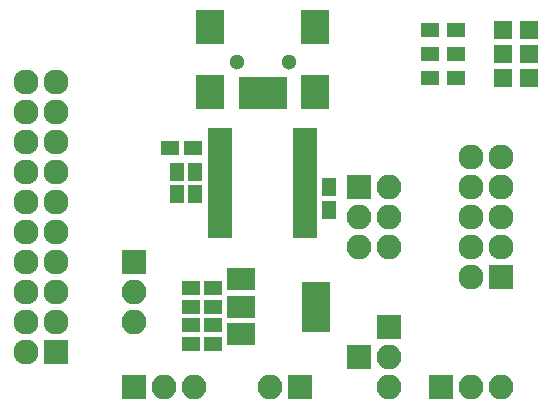
<source format=gts>
G04 #@! TF.GenerationSoftware,KiCad,Pcbnew,(2017-01-09 revision c2fb336)-makepkg*
G04 #@! TF.CreationDate,2017-04-23T15:55:18+02:00*
G04 #@! TF.ProjectId,jtagTc2050Adaptor,6A74616754633230353041646170746F,rev?*
G04 #@! TF.FileFunction,Soldermask,Top*
G04 #@! TF.FilePolarity,Negative*
%FSLAX46Y46*%
G04 Gerber Fmt 4.6, Leading zero omitted, Abs format (unit mm)*
G04 Created by KiCad (PCBNEW (2017-01-09 revision c2fb336)-makepkg) date 04/23/17 15:55:18*
%MOMM*%
%LPD*%
G01*
G04 APERTURE LIST*
%ADD10C,0.100000*%
%ADD11R,1.150000X1.600000*%
%ADD12R,1.600000X1.150000*%
%ADD13O,2.127200X2.127200*%
%ADD14R,2.127200X2.127200*%
%ADD15O,2.100000X2.100000*%
%ADD16R,2.100000X2.100000*%
%ADD17C,1.300000*%
%ADD18R,2.400000X2.900000*%
%ADD19R,0.900000X2.700000*%
%ADD20R,2.150000X0.850000*%
%ADD21R,2.400000X1.900000*%
%ADD22R,2.400000X4.200000*%
%ADD23R,1.600000X1.600000*%
%ADD24R,1.600000X1.300000*%
G04 APERTURE END LIST*
D10*
D11*
X70485000Y-78679000D03*
X70485000Y-80579000D03*
X68961000Y-80579000D03*
X68961000Y-78679000D03*
X81788000Y-81910000D03*
X81788000Y-80010000D03*
D12*
X70292000Y-76708000D03*
X68392000Y-76708000D03*
X70109000Y-93281500D03*
X72009000Y-93281500D03*
X70106500Y-91694000D03*
X72006500Y-91694000D03*
X70106500Y-90106500D03*
X72006500Y-90106500D03*
X72006500Y-88519000D03*
X70106500Y-88519000D03*
D13*
X93853000Y-77470000D03*
X96393000Y-77470000D03*
X93853000Y-80010000D03*
X96393000Y-80010000D03*
X93853000Y-82550000D03*
X96393000Y-82550000D03*
X93853000Y-85090000D03*
X96393000Y-85090000D03*
X93853000Y-87630000D03*
D14*
X96393000Y-87630000D03*
D15*
X76835000Y-96901000D03*
D16*
X79375000Y-96901000D03*
X84328000Y-94361000D03*
D15*
X86868000Y-96901000D03*
X86868000Y-94361000D03*
D16*
X86868000Y-91821000D03*
D15*
X96393000Y-96901000D03*
X93853000Y-96901000D03*
D16*
X91313000Y-96901000D03*
D17*
X74000000Y-69415000D03*
X78400000Y-69415000D03*
D18*
X71750000Y-66415000D03*
X71750000Y-71915000D03*
X80650000Y-66415000D03*
X80650000Y-71915000D03*
D19*
X74600000Y-72015000D03*
X75400000Y-72015000D03*
X76200000Y-72015000D03*
X77000000Y-72015000D03*
X77800000Y-72015000D03*
D14*
X58674000Y-93980000D03*
D13*
X56134000Y-93980000D03*
X58674000Y-91440000D03*
X56134000Y-91440000D03*
X58674000Y-88900000D03*
X56134000Y-88900000D03*
X58674000Y-86360000D03*
X56134000Y-86360000D03*
X58674000Y-83820000D03*
X56134000Y-83820000D03*
X58674000Y-81280000D03*
X56134000Y-81280000D03*
X58674000Y-78740000D03*
X56134000Y-78740000D03*
X58674000Y-76200000D03*
X56134000Y-76200000D03*
X58674000Y-73660000D03*
X56134000Y-73660000D03*
X58674000Y-71120000D03*
X56134000Y-71120000D03*
D16*
X65278000Y-86360000D03*
D15*
X65278000Y-88900000D03*
X65278000Y-91440000D03*
D16*
X65278000Y-96901000D03*
D15*
X67818000Y-96901000D03*
X70358000Y-96901000D03*
D20*
X72600000Y-83854000D03*
X72600000Y-83204000D03*
X72600000Y-82554000D03*
X72600000Y-81904000D03*
X72600000Y-81254000D03*
X72600000Y-80604000D03*
X72600000Y-79954000D03*
X72600000Y-79304000D03*
X72600000Y-78654000D03*
X72600000Y-78004000D03*
X72600000Y-77354000D03*
X72600000Y-76704000D03*
X72600000Y-76054000D03*
X72600000Y-75404000D03*
X79800000Y-75404000D03*
X79800000Y-76054000D03*
X79800000Y-76704000D03*
X79800000Y-77354000D03*
X79800000Y-78004000D03*
X79800000Y-78654000D03*
X79800000Y-79304000D03*
X79800000Y-79954000D03*
X79800000Y-80604000D03*
X79800000Y-81254000D03*
X79800000Y-81904000D03*
X79800000Y-82554000D03*
X79800000Y-83204000D03*
X79800000Y-83854000D03*
D21*
X74383500Y-87806500D03*
X74383500Y-92406500D03*
X74383500Y-90106500D03*
D22*
X80683500Y-90106500D03*
D23*
X96563000Y-66675000D03*
X98763000Y-66675000D03*
X98763000Y-68707000D03*
X96563000Y-68707000D03*
X96563000Y-70739000D03*
X98763000Y-70739000D03*
D24*
X90340000Y-66675000D03*
X92540000Y-66675000D03*
X92540000Y-68707000D03*
X90340000Y-68707000D03*
X90340000Y-70739000D03*
X92540000Y-70739000D03*
D15*
X86868000Y-85090000D03*
X84328000Y-85090000D03*
X86868000Y-82550000D03*
X84328000Y-82550000D03*
X86868000Y-80010000D03*
D16*
X84328000Y-80010000D03*
M02*

</source>
